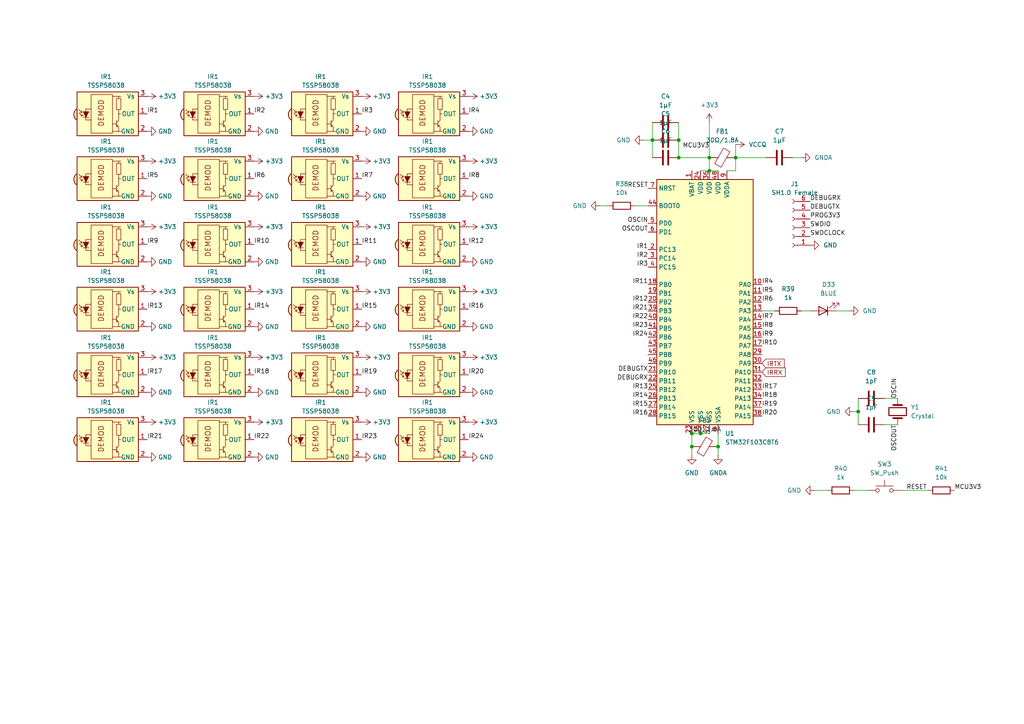
<source format=kicad_sch>
(kicad_sch (version 20230121) (generator eeschema)
  (paper "A4")
  (lib_symbols
    (symbol "+3V3_4" (power) (pin_names (offset 0))
      (property "Value" "+3V3_4" (at 0 3.556 0))
      (symbol "+3V3_4_0_1"
        (polyline (pts (xy -0.762 1.27) (xy 0 2.54)))
        (polyline (pts (xy 0 0) (xy 0 2.54)))
        (polyline (pts (xy 0 2.54) (xy 0.762 1.27)))
      )
      (symbol "+3V3_4_1_1"
        (pin power_in line (at 0 0 90) (length 0) hide (name "+3V3") (number "1"))
      )
    )
    (symbol "Connector:Conn_01x06_Female" (pin_names (offset 1.016) hide)
      (property "Reference" "J" (at 0 7.62 0))
      (property "Value" "Conn_01x06_Female" (at 0 -10.16 0))
      (symbol "Conn_01x06_Female_1_1"
        (arc (start 0 -7.112) (mid -0.5058 -7.62) (end 0 -8.128) (stroke (width 0.1524)))
        (arc (start 0 -4.572) (mid -0.5058 -5.08) (end 0 -5.588) (stroke (width 0.1524)))
        (arc (start 0 -2.032) (mid -0.5058 -2.54) (end 0 -3.048) (stroke (width 0.1524)))
        (polyline (pts (xy -1.27 -7.62) (xy -0.508 -7.62)) (stroke (width 0.1524)))
        (polyline (pts (xy -1.27 -5.08) (xy -0.508 -5.08)) (stroke (width 0.1524)))
        (polyline (pts (xy -1.27 -2.54) (xy -0.508 -2.54)) (stroke (width 0.1524)))
        (polyline (pts (xy -1.27 0) (xy -0.508 0)) (stroke (width 0.1524)))
        (polyline (pts (xy -1.27 2.54) (xy -0.508 2.54)) (stroke (width 0.1524)))
        (polyline (pts (xy -1.27 5.08) (xy -0.508 5.08)) (stroke (width 0.1524)))
        (arc (start 0 0.508) (mid -0.5058 0) (end 0 -0.508) (stroke (width 0.1524)))
        (arc (start 0 3.048) (mid -0.5058 2.54) (end 0 2.032) (stroke (width 0.1524)))
        (arc (start 0 5.588) (mid -0.5058 5.08) (end 0 4.572) (stroke (width 0.1524)))
        (pin passive line (at -5.08 5.08 0) (length 3.81) (name "Pin_1") (number "1"))
        (pin passive line (at -5.08 2.54 0) (length 3.81) (name "Pin_2") (number "2"))
        (pin passive line (at -5.08 0 0) (length 3.81) (name "Pin_3") (number "3"))
        (pin passive line (at -5.08 -2.54 0) (length 3.81) (name "Pin_4") (number "4"))
        (pin passive line (at -5.08 -5.08 0) (length 3.81) (name "Pin_5") (number "5"))
        (pin passive line (at -5.08 -7.62 0) (length 3.81) (name "Pin_6") (number "6"))
      )
    )
    (symbol "Device:C" (pin_numbers hide) (pin_names (offset 0.254))
      (property "Reference" "C" (at 0.635 2.54 0))
      (property "Value" "C" (at 0.635 -2.54 0))
      (symbol "C_0_1"
        (polyline (pts (xy -2.032 -0.762) (xy 2.032 -0.762)) (stroke (width 0.508)))
        (polyline (pts (xy -2.032 0.762) (xy 2.032 0.762)) (stroke (width 0.508)))
      )
      (symbol "C_1_1"
        (pin passive line (at 0 3.81 270) (length 2.794) (name "~") (number "1"))
        (pin passive line (at 0 -3.81 90) (length 2.794) (name "~") (number "2"))
      )
    )
    (symbol "Device:Crystal" (pin_numbers hide) (pin_names (offset 1.016) hide)
      (property "Reference" "Y" (at 0 3.81 0))
      (property "Value" "Crystal" (at 0 -3.81 0))
      (symbol "Crystal_0_1"
        (rectangle (start -1.143 2.54) (end 1.143 -2.54) (stroke (width 0.3048)))
        (polyline (pts (xy -2.54 0) (xy -1.905 0)))
        (polyline (pts (xy -1.905 -1.27) (xy -1.905 1.27)) (stroke (width 0.508)))
        (polyline (pts (xy 1.905 -1.27) (xy 1.905 1.27)) (stroke (width 0.508)))
        (polyline (pts (xy 2.54 0) (xy 1.905 0)))
      )
      (symbol "Crystal_1_1"
        (pin passive line (at -3.81 0 0) (length 1.27) (name "1") (number "1"))
        (pin passive line (at 3.81 0 180) (length 1.27) (name "2") (number "2"))
      )
    )
    (symbol "Device:FerriteBead" (pin_numbers hide) (pin_names (offset 0))
      (property "Reference" "FB" (at -3.81 0.635 90))
      (property "Value" "FerriteBead" (at 3.81 0 90))
      (symbol "FerriteBead_0_1"
        (polyline (pts (xy 0 -1.27) (xy 0 -1.2192)))
        (polyline (pts (xy 0 1.27) (xy 0 1.2954)))
        (polyline (pts (xy -2.7686 0.4064) (xy -1.7018 2.2606) (xy 2.7686 -0.3048) (xy 1.6764 -2.159) (xy -2.7686 0.4064)))
      )
      (symbol "FerriteBead_1_1"
        (pin passive line (at 0 3.81 270) (length 2.54) (name "~") (number "1"))
        (pin passive line (at 0 -3.81 90) (length 2.54) (name "~") (number "2"))
      )
    )
    (symbol "Device:LED" (pin_numbers hide) (pin_names (offset 1.016) hide)
      (property "Reference" "D" (at 0 2.54 0))
      (property "Value" "LED" (at 0 -2.54 0))
      (symbol "LED_0_1"
        (polyline (pts (xy -1.27 -1.27) (xy -1.27 1.27)) (stroke (width 0.254)))
        (polyline (pts (xy -1.27 0) (xy 1.27 0)))
        (polyline (pts (xy 1.27 -1.27) (xy 1.27 1.27) (xy -1.27 0) (xy 1.27 -1.27)) (stroke (width 0.254)))
        (polyline (pts (xy -3.048 -0.762) (xy -4.572 -2.286) (xy -3.81 -2.286) (xy -4.572 -2.286) (xy -4.572 -1.524)))
        (polyline (pts (xy -1.778 -0.762) (xy -3.302 -2.286) (xy -2.54 -2.286) (xy -3.302 -2.286) (xy -3.302 -1.524)))
      )
      (symbol "LED_1_1"
        (pin passive line (at -3.81 0 0) (length 2.54) (name "K") (number "1"))
        (pin passive line (at 3.81 0 180) (length 2.54) (name "A") (number "2"))
      )
    )
    (symbol "Device:R" (pin_numbers hide) (pin_names (offset 0))
      (property "Reference" "R" (at 2.032 0 90))
      (property "Value" "R" (at 0 0 90))
      (symbol "R_0_1"
        (rectangle (start -1.016 -2.54) (end 1.016 2.54) (stroke (width 0.254)))
      )
      (symbol "R_1_1"
        (pin passive line (at 0 3.81 270) (length 1.27) (name "~") (number "1"))
        (pin passive line (at 0 -3.81 90) (length 1.27) (name "~") (number "2"))
      )
    )
    (symbol "MCU_ST_STM32F1:STM32F103C8Tx"
      (property "Reference" "U" (at -15.24 36.83 0))
      (property "Value" "STM32F103C8Tx" (at 7.62 36.83 0))
      (symbol "STM32F103C8Tx_0_1"
        (rectangle (start -15.24 -35.56) (end 12.7 35.56) (stroke (width 0.254)) (fill (type background)))
      )
      (symbol "STM32F103C8Tx_1_1"
        (pin power_in line (at -5.08 38.1 270) (length 2.54) (name "VBAT") (number "1"))
        (pin bidirectional line (at 15.24 5.08 180) (length 2.54) (name "PA0") (number "10"))
        (pin bidirectional line (at 15.24 2.54 180) (length 2.54) (name "PA1") (number "11"))
        (pin bidirectional line (at 15.24 0 180) (length 2.54) (name "PA2") (number "12"))
        (pin bidirectional line (at 15.24 -2.54 180) (length 2.54) (name "PA3") (number "13"))
        (pin bidirectional line (at 15.24 -5.08 180) (length 2.54) (name "PA4") (number "14"))
        (pin bidirectional line (at 15.24 -7.62 180) (length 2.54) (name "PA5") (number "15"))
        (pin bidirectional line (at 15.24 -10.16 180) (length 2.54) (name "PA6") (number "16"))
        (pin bidirectional line (at 15.24 -12.7 180) (length 2.54) (name "PA7") (number "17"))
        (pin bidirectional line (at -17.78 5.08 0) (length 2.54) (name "PB0") (number "18"))
        (pin bidirectional line (at -17.78 2.54 0) (length 2.54) (name "PB1") (number "19"))
        (pin bidirectional line (at -17.78 15.24 0) (length 2.54) (name "PC13") (number "2"))
        (pin bidirectional line (at -17.78 0 0) (length 2.54) (name "PB2") (number "20"))
        (pin bidirectional line (at -17.78 -20.32 0) (length 2.54) (name "PB10") (number "21"))
        (pin bidirectional line (at -17.78 -22.86 0) (length 2.54) (name "PB11") (number "22"))
        (pin power_in line (at -5.08 -38.1 90) (length 2.54) (name "VSS") (number "23"))
        (pin power_in line (at -2.54 38.1 270) (length 2.54) (name "VDD") (number "24"))
        (pin bidirectional line (at -17.78 -25.4 0) (length 2.54) (name "PB12") (number "25"))
        (pin bidirectional line (at -17.78 -27.94 0) (length 2.54) (name "PB13") (number "26"))
        (pin bidirectional line (at -17.78 -30.48 0) (length 2.54) (name "PB14") (number "27"))
        (pin bidirectional line (at -17.78 -33.02 0) (length 2.54) (name "PB15") (number "28"))
        (pin bidirectional line (at 15.24 -15.24 180) (length 2.54) (name "PA8") (number "29"))
        (pin bidirectional line (at -17.78 12.7 0) (length 2.54) (name "PC14") (number "3"))
        (pin bidirectional line (at 15.24 -17.78 180) (length 2.54) (name "PA9") (number "30"))
        (pin bidirectional line (at 15.24 -20.32 180) (length 2.54) (name "PA10") (number "31"))
        (pin bidirectional line (at 15.24 -22.86 180) (length 2.54) (name "PA11") (number "32"))
        (pin bidirectional line (at 15.24 -25.4 180) (length 2.54) (name "PA12") (number "33"))
        (pin bidirectional line (at 15.24 -27.94 180) (length 2.54) (name "PA13") (number "34"))
        (pin power_in line (at -2.54 -38.1 90) (length 2.54) (name "VSS") (number "35"))
        (pin power_in line (at 0 38.1 270) (length 2.54) (name "VDD") (number "36"))
        (pin bidirectional line (at 15.24 -30.48 180) (length 2.54) (name "PA14") (number "37"))
        (pin bidirectional line (at 15.24 -33.02 180) (length 2.54) (name "PA15") (number "38"))
        (pin bidirectional line (at -17.78 -2.54 0) (length 2.54) (name "PB3") (number "39"))
        (pin bidirectional line (at -17.78 10.16 0) (length 2.54) (name "PC15") (number "4"))
        (pin bidirectional line (at -17.78 -5.08 0) (length 2.54) (name "PB4") (number "40"))
        (pin bidirectional line (at -17.78 -7.62 0) (length 2.54) (name "PB5") (number "41"))
        (pin bidirectional line (at -17.78 -10.16 0) (length 2.54) (name "PB6") (number "42"))
        (pin bidirectional line (at -17.78 -12.7 0) (length 2.54) (name "PB7") (number "43"))
        (pin input line (at -17.78 27.94 0) (length 2.54) (name "BOOT0") (number "44"))
        (pin bidirectional line (at -17.78 -15.24 0) (length 2.54) (name "PB8") (number "45"))
        (pin bidirectional line (at -17.78 -17.78 0) (length 2.54) (name "PB9") (number "46"))
        (pin power_in line (at 0 -38.1 90) (length 2.54) (name "VSS") (number "47"))
        (pin power_in line (at 2.54 38.1 270) (length 2.54) (name "VDD") (number "48"))
        (pin input line (at -17.78 22.86 0) (length 2.54) (name "PD0") (number "5"))
        (pin input line (at -17.78 20.32 0) (length 2.54) (name "PD1") (number "6"))
        (pin input line (at -17.78 33.02 0) (length 2.54) (name "NRST") (number "7"))
        (pin power_in line (at 2.54 -38.1 90) (length 2.54) (name "VSSA") (number "8"))
        (pin power_in line (at 5.08 38.1 270) (length 2.54) (name "VDDA") (number "9"))
      )
    )
    (symbol "Sensor_Proximity:TSSP58038" (pin_names (offset 1.016))
      (property "Reference" "U" (at -10.16 7.62 0))
      (property "Value" "TSSP58038" (at -10.16 -7.62 0))
      (symbol "TSSP58038_0_0"
        (arc (start -10.287 1.397) (mid -11.0899 -0.1852) (end -10.287 -1.778) (stroke (width 0.254)) (fill (type background)))
        (polyline (pts (xy 1.905 -5.08) (xy 0.127 -5.08)))
        (polyline (pts (xy 1.905 5.08) (xy 0.127 5.08)))
        (text "DEMOD" (at -3.175 0.254 900) (effects (font (size 1.524 1.524))))
      )
      (symbol "TSSP58038_0_1"
        (rectangle (start -6.096 5.588) (end 0.127 -5.588))
        (polyline (pts (xy -8.763 0.381) (xy -9.652 1.27)))
        (polyline (pts (xy -8.763 0.381) (xy -9.271 0.381)))
        (polyline (pts (xy -8.763 0.381) (xy -8.763 0.889)))
        (polyline (pts (xy -8.636 -0.635) (xy -9.525 0.254)))
        (polyline (pts (xy -8.636 -0.635) (xy -9.144 -0.635)))
        (polyline (pts (xy -8.636 -0.635) (xy -8.636 -0.127)))
        (polyline (pts (xy -8.382 -1.016) (xy -6.731 -1.016)))
        (polyline (pts (xy 1.27 -2.921) (xy 0.127 -2.921)))
        (polyline (pts (xy 1.27 -1.905) (xy 1.27 -3.81)))
        (polyline (pts (xy 1.397 -3.556) (xy 1.524 -3.556)))
        (polyline (pts (xy 1.651 -3.556) (xy 1.524 -3.556)))
        (polyline (pts (xy 1.651 -3.556) (xy 1.651 -3.302)))
        (polyline (pts (xy 1.905 0) (xy 1.905 1.27)))
        (polyline (pts (xy 1.905 4.445) (xy 1.905 5.08) (xy 2.54 5.08)))
        (polyline (pts (xy -8.382 0.635) (xy -6.731 0.635) (xy -7.62 -1.016) (xy -8.382 0.635)) (fill (type outline)))
        (polyline (pts (xy -6.096 1.397) (xy -7.62 1.397) (xy -7.62 -1.778) (xy -6.096 -1.778)))
        (polyline (pts (xy 1.27 -3.175) (xy 1.905 -3.81) (xy 1.905 -5.08) (xy 2.54 -5.08)))
        (polyline (pts (xy 1.27 -2.54) (xy 1.905 -1.905) (xy 1.905 0) (xy 2.54 0)))
        (rectangle (start 2.54 1.27) (end 1.27 4.445))
        (rectangle (start 7.62 6.35) (end -10.16 -6.35) (stroke (width 0.254)) (fill (type background)))
      )
      (symbol "TSSP58038_1_1"
        (pin output line (at 10.16 0 180) (length 2.54) (name "OUT") (number "1"))
        (pin power_in line (at 10.16 -5.08 180) (length 2.54) (name "GND") (number "2"))
        (pin power_in line (at 10.16 5.08 180) (length 2.54) (name "Vs") (number "3"))
      )
    )
    (symbol "Switch:SW_Push" (pin_numbers hide) (pin_names (offset 1.016) hide)
      (property "Reference" "SW" (at 1.27 2.54 0))
      (property "Value" "SW_Push" (at 0 -1.524 0))
      (symbol "SW_Push_0_1"
        (circle (center -2.032 0) (radius 0.508))
        (polyline (pts (xy 0 1.27) (xy 0 3.048)))
        (polyline (pts (xy 2.54 1.27) (xy -2.54 1.27)))
        (circle (center 2.032 0) (radius 0.508))
        (pin passive line (at -5.08 0 0) (length 2.54) (name "1") (number "1"))
        (pin passive line (at 5.08 0 180) (length 2.54) (name "2") (number "2"))
      )
    )
    (symbol "power:+3V3" (power) (pin_names (offset 0))
      (property "Value" "+3V3" (at 0 3.556 0))
      (symbol "+3V3_0_1"
        (polyline (pts (xy -0.762 1.27) (xy 0 2.54)))
        (polyline (pts (xy 0 0) (xy 0 2.54)))
        (polyline (pts (xy 0 2.54) (xy 0.762 1.27)))
      )
      (symbol "+3V3_1_1"
        (pin power_in line (at 0 0 90) (length 0) hide (name "+3V3") (number "1"))
      )
    )
    (symbol "power:GND" (power) (pin_names (offset 0))
      (property "Value" "GND" (at 0 -3.81 0))
      (symbol "GND_0_1"
        (polyline (pts (xy 0 0) (xy 0 -1.27) (xy 1.27 -1.27) (xy 0 -2.54) (xy -1.27 -1.27) (xy 0 -1.27)))
      )
      (symbol "GND_1_1"
        (pin power_in line (at 0 0 270) (length 0) hide (name "GND") (number "1"))
      )
    )
    (symbol "power:GNDA" (power) (pin_names (offset 0))
      (property "Value" "GNDA" (at 0 -3.81 0))
      (symbol "GNDA_0_1"
        (polyline (pts (xy 0 0) (xy 0 -1.27) (xy 1.27 -1.27) (xy 0 -2.54) (xy -1.27 -1.27) (xy 0 -1.27)))
      )
      (symbol "GNDA_1_1"
        (pin power_in line (at 0 0 270) (length 0) hide (name "GNDA") (number "1"))
      )
    )
    (symbol "power:VCCQ" (power) (pin_names (offset 0))
      (property "Value" "VCCQ" (at 0 3.81 0))
      (symbol "VCCQ_0_1"
        (polyline (pts (xy -0.762 1.27) (xy 0 2.54)))
        (polyline (pts (xy 0 0) (xy 0 2.54)))
        (polyline (pts (xy 0 2.54) (xy 0.762 1.27)))
      )
      (symbol "VCCQ_1_1"
        (pin power_in line (at 0 0 90) (length 0) hide (name "VCCQ") (number "1"))
      )
    )
  )
  (junction (at 196.85 45.72))
  (junction (at 248.92 119.38))
  (junction (at 189.23 40.64))
  (junction (at 213.36 45.72))
  (junction (at 205.74 45.72))
  (junction (at 208.28 129.54))
  (junction (at 196.85 40.64))
  (junction (at 200.66 125.73))
  (junction (at 203.2 125.73))
  (junction (at 200.66 129.54))
  (junction (at 205.74 49.53))
  (wire (pts (xy 186.69 40.64) (xy 189.23 40.64)))
  (wire (pts (xy 196.85 45.72) (xy 205.74 45.72)))
  (wire (pts (xy 203.2 49.53) (xy 205.74 49.53)))
  (wire (pts (xy 248.92 119.38) (xy 248.92 123.19)))
  (wire (pts (xy 213.36 45.72) (xy 222.25 45.72)))
  (wire (pts (xy 236.22 142.24) (xy 240.03 142.24)))
  (wire (pts (xy 200.66 129.54) (xy 200.66 132.08)))
  (wire (pts (xy 232.41 90.17) (xy 234.95 90.17)))
  (wire (pts (xy 224.79 90.17) (xy 220.98 90.17)))
  (wire (pts (xy 203.2 125.73) (xy 205.74 125.73)))
  (wire (pts (xy 184.15 59.69) (xy 187.96 59.69)))
  (wire (pts (xy 261.62 142.24) (xy 269.24 142.24)))
  (wire (pts (xy 208.28 129.54) (xy 208.28 132.08)))
  (wire (pts (xy 213.36 41.91) (xy 213.36 45.72)))
  (wire (pts (xy 189.23 35.56) (xy 189.23 40.64)))
  (wire (pts (xy 256.54 123.19) (xy 260.35 123.19)))
  (wire (pts (xy 242.57 90.17) (xy 246.38 90.17)))
  (wire (pts (xy 232.41 45.72) (xy 229.87 45.72)))
  (wire (pts (xy 189.23 40.64) (xy 189.23 45.72)))
  (wire (pts (xy 200.66 125.73) (xy 200.66 129.54)))
  (wire (pts (xy 173.99 59.69) (xy 176.53 59.69)))
  (wire (pts (xy 196.85 40.64) (xy 196.85 45.72)))
  (wire (pts (xy 205.74 49.53) (xy 208.28 49.53)))
  (wire (pts (xy 247.65 142.24) (xy 251.46 142.24)))
  (wire (pts (xy 196.85 35.56) (xy 196.85 40.64)))
  (wire (pts (xy 208.28 125.73) (xy 208.28 129.54)))
  (wire (pts (xy 205.74 35.56) (xy 205.74 45.72)))
  (wire (pts (xy 213.36 45.72) (xy 213.36 49.53)))
  (wire (pts (xy 213.36 49.53) (xy 210.82 49.53)))
  (wire (pts (xy 200.66 125.73) (xy 203.2 125.73)))
  (wire (pts (xy 248.92 115.57) (xy 248.92 119.38)))
  (wire (pts (xy 205.74 45.72) (xy 205.74 49.53)))
  (wire (pts (xy 247.65 119.38) (xy 248.92 119.38)))
  (wire (pts (xy 256.54 115.57) (xy 260.35 115.57)))
  (label "IR6" (at 220.98 87.63 0))
  (label "IR20" (at 135.89 108.712 0))
  (label "IR7" (at 104.902 51.816 0))
  (label "IR11" (at 187.96 82.55 180))
  (label "IR4" (at 135.89 33.02 0))
  (label "IR13" (at 187.96 113.03 180))
  (label "IR17" (at 220.98 113.03 0))
  (label "IR21" (at 187.96 90.17 180))
  (label "IR24" (at 135.89 127.508 0))
  (label "IR3" (at 104.902 33.02 0))
  (label "DEBUGTX" (at 187.96 107.95 180))
  (label "SWDIO" (at 234.95 66.04 0))
  (label "IR18" (at 73.66 108.712 0))
  (label "IR3" (at 187.96 77.47 180))
  (label "OSCOUT" (at 187.96 67.31 180))
  (label "IR7" (at 220.98 92.71 0))
  (label "DEBUGRX" (at 234.95 58.42 0))
  (label "IR16" (at 187.96 120.65 180))
  (label "IR4" (at 220.98 82.55 0))
  (label "IR1" (at 42.672 33.02 0))
  (label "OSCOUT" (at 260.35 123.19 270))
  (label "RESET" (at 262.89 142.24 0))
  (label "IR19" (at 220.98 118.11 0))
  (label "DEBUGTX" (at 234.95 60.96 0))
  (label "IR15" (at 187.96 118.11 180))
  (label "MCU3V3" (at 205.74 43.18 180))
  (label "IR17" (at 42.672 108.712 0))
  (label "IR6" (at 73.66 51.816 0))
  (label "OSCIN" (at 260.35 115.57 90))
  (label "SWDCLOCK" (at 234.95 68.58 0))
  (label "IR2" (at 187.96 74.93 180))
  (label "DEBUGRX" (at 187.96 110.49 180))
  (label "IR8" (at 135.89 51.816 0))
  (label "PROG3V3" (at 234.95 63.5 0))
  (label "IR12" (at 135.89 70.866 0))
  (label "IR18" (at 220.98 115.57 0))
  (label "MCU3V3" (at 276.86 142.24 0))
  (label "IR5" (at 220.98 85.09 0))
  (label "IR22" (at 73.66 127.508 0))
  (label "IR15" (at 104.902 89.662 0))
  (label "IR16" (at 135.89 89.662 0))
  (label "IR9" (at 220.98 97.79 0))
  (label "IR8" (at 220.98 95.25 0))
  (label "IR14" (at 73.66 89.662 0))
  (label "RESET" (at 187.96 54.61 180))
  (label "IR2" (at 73.66 33.02 0))
  (label "IR19" (at 104.902 108.712 0))
  (label "IR11" (at 104.902 70.866 0))
  (label "IR22" (at 187.96 92.71 180))
  (label "IR9" (at 42.672 70.866 0))
  (label "IR5" (at 42.672 51.816 0))
  (label "OSCIN" (at 187.96 64.77 180))
  (label "IR23" (at 187.96 95.25 180))
  (label "IR21" (at 42.672 127.508 0))
  (label "IR23" (at 104.902 127.508 0))
  (label "IR20" (at 220.98 120.65 0))
  (label "IR14" (at 187.96 115.57 180))
  (label "IR10" (at 220.98 100.33 0))
  (label "IR1" (at 187.96 72.39 180))
  (label "IR13" (at 42.672 89.662 0))
  (label "IR10" (at 73.66 70.866 0))
  (label "IR12" (at 187.96 87.63 180))
  (label "IR24" (at 187.96 97.79 180))
  (global_label "IRTX" (shape input) (at 220.98 105.41 0) (property "Intersheetrefs" "${INTERSHEET_REFS}" (effects hide)))
  (global_label "IRRX" (shape input) (at 220.98 107.95 0) (property "Intersheetrefs" "${INTERSHEET_REFS}" (effects hide)))
  (symbol (lib_id "Sensor_Proximity:TSSP58038") (at 32.512 70.866 0) (unit 1)
    (property "Reference" "IR1" (at 30.777 60.071 0))
    (property "Value" "TSSP58038" (at 30.777 62.611 0))
    (property "Footprint" "OptoDevice:Vishay_MINICAST-3Pin" (effects hide))
    (property "Datasheet" "http://www.vishay.com/docs/82476/tssp58p38.pdf" (effects hide))
    (instances (project "layer3" (path "" (reference "IR1") (unit 1)) (path "" (reference "IR9") (unit 1))))
  )
  (symbol (lib_id "Device:FerriteBead") (at 204.47 129.54 90) (unit 1)
    (property "Reference" "FB2" (at 204.4192 121.92 90))
    (property "Value" "30Ω/1.8A" (at 204.4192 124.46 90))
    (property "Footprint" "Capacitor_SMD:C_0603_1608Metric" (effects hide))
    (instances (project "layer1" (path "" (reference "FB2") (unit 1))) (project "layer3" (path "" (reference "FB1") (unit 1))))
  )
  (symbol (lib_id "Sensor_Proximity:TSSP58038") (at 63.5 89.662 0) (unit 1)
    (property "Reference" "IR1" (at 61.765 78.867 0))
    (property "Value" "TSSP58038" (at 61.765 81.407 0))
    (property "Footprint" "OptoDevice:Vishay_MINICAST-3Pin" (effects hide))
    (property "Datasheet" "http://www.vishay.com/docs/82476/tssp58p38.pdf" (effects hide))
    (instances (project "layer3" (path "" (reference "IR1") (unit 1)) (path "" (reference "IR14") (unit 1))))
  )
  (symbol (lib_id "Device:C") (at 252.73 115.57 90) (unit 1)
    (property "Reference" "C8" (at 252.73 107.95 90))
    (property "Value" "1pF" (at 252.73 110.49 90))
    (property "Footprint" "Capacitor_SMD:C_0603_1608Metric" (effects hide))
    (instances (project "layer1" (path "" (reference "C8") (unit 1))) (project "layer3" (path "" (reference "C5") (unit 1))))
  )
  (symbol (lib_id "power:GND") (at 135.89 94.742 90) (unit 1)
    (property "Reference" "#PWR010" (effects hide))
    (property "Value" "GND" (at 139.065 94.742 90) (effects (justify right)))
    (instances (project "layer3" (path "" (reference "#PWR010") (unit 1)) (path "" (reference "#PWR069") (unit 1))))
  )
  (symbol (lib_name "+3V3_4") (lib_id "power:+3V3") (at 42.672 65.786 270) (unit 1)
    (property "Reference" "#PWR08" (effects hide))
    (property "Value" "+3V3" (at 45.847 65.786 90) (effects (justify left)))
    (instances (project "layer3" (path "" (reference "#PWR08") (unit 1)) (path "" (reference "#PWR035") (unit 1))))
  )
  (symbol (lib_name "+3V3_4") (lib_id "power:+3V3") (at 73.66 84.582 270) (unit 1)
    (property "Reference" "#PWR08" (effects hide))
    (property "Value" "+3V3" (at 76.835 84.582 90) (effects (justify left)))
    (instances (project "layer3" (path "" (reference "#PWR08") (unit 1)) (path "" (reference "#PWR060") (unit 1))))
  )
  (symbol (lib_id "Device:FerriteBead") (at 209.55 45.72 90) (unit 1)
    (property "Reference" "FB1" (at 209.4992 38.1 90))
    (property "Value" "30Ω/1.8A" (at 209.4992 40.64 90))
    (property "Footprint" "Capacitor_SMD:C_0603_1608Metric" (effects hide))
    (instances (project "layer1" (path "" (reference "FB1") (unit 1))) (project "layer3" (path "" (reference "FB2") (unit 1))))
  )
  (symbol (lib_id "power:GND") (at 135.89 132.588 90) (unit 1)
    (property "Reference" "#PWR010" (effects hide))
    (property "Value" "GND" (at 139.065 132.588 90) (effects (justify right)))
    (instances (project "layer3" (path "" (reference "#PWR010") (unit 1)) (path "" (reference "#PWR085") (unit 1))))
  )
  (symbol (lib_name "+3V3_4") (lib_id "power:+3V3") (at 104.902 84.582 270) (unit 1)
    (property "Reference" "#PWR08" (effects hide))
    (property "Value" "+3V3" (at 108.077 84.582 90) (effects (justify left)))
    (instances (project "layer3" (path "" (reference "#PWR08") (unit 1)) (path "" (reference "#PWR064") (unit 1))))
  )
  (symbol (lib_name "+3V3_4") (lib_id "power:+3V3") (at 73.66 103.632 270) (unit 1)
    (property "Reference" "#PWR08" (effects hide))
    (property "Value" "+3V3" (at 76.835 103.632 90) (effects (justify left)))
    (instances (project "layer3" (path "" (reference "#PWR08") (unit 1)) (path "" (reference "#PWR074") (unit 1))))
  )
  (symbol (lib_id "power:GNDA") (at 208.28 132.08 0) (unit 1)
    (property "Reference" "#PWR018" (effects hide))
    (property "Value" "GNDA" (at 208.28 137.16 0))
    (instances (project "layer1" (path "" (reference "#PWR018") (unit 1))) (project "layer3" (path "" (reference "#PWR053") (unit 1))))
  )
  (symbol (lib_id "power:GND") (at 42.672 38.1 90) (unit 1)
    (property "Reference" "#PWR010" (effects hide))
    (property "Value" "GND" (at 45.847 38.1 90) (effects (justify right)))
  )
  (symbol (lib_name "+3V3_4") (lib_id "power:+3V3") (at 73.66 46.736 270) (unit 1)
    (property "Reference" "#PWR08" (effects hide))
    (property "Value" "+3V3" (at 76.835 46.736 90) (effects (justify left)))
    (instances (project "layer3" (path "" (reference "#PWR08") (unit 1)) (path "" (reference "#PWR019") (unit 1))))
  )
  (symbol (lib_id "power:GND") (at 234.95 71.12 90) (unit 1)
    (property "Reference" "#PWR014" (effects hide))
    (property "Value" "GND" (at 238.76 71.1199 90) (effects (justify right)))
    (instances (project "layer1" (path "" (reference "#PWR014") (unit 1))) (project "layer3" (path "" (reference "#PWR056") (unit 1))))
  )
  (symbol (lib_id "Sensor_Proximity:TSSP58038") (at 63.5 108.712 0) (unit 1)
    (property "Reference" "IR1" (at 61.765 97.917 0))
    (property "Value" "TSSP58038" (at 61.765 100.457 0))
    (property "Footprint" "OptoDevice:Vishay_MINICAST-3Pin" (effects hide))
    (property "Datasheet" "http://www.vishay.com/docs/82476/tssp58p38.pdf" (effects hide))
    (instances (project "layer3" (path "" (reference "IR1") (unit 1)) (path "" (reference "IR18") (unit 1))))
  )
  (symbol (lib_name "+3V3_4") (lib_id "power:+3V3") (at 135.89 84.582 270) (unit 1)
    (property "Reference" "#PWR08" (effects hide))
    (property "Value" "+3V3" (at 139.065 84.582 90) (effects (justify left)))
    (instances (project "layer3" (path "" (reference "#PWR08") (unit 1)) (path "" (reference "#PWR068") (unit 1))))
  )
  (symbol (lib_id "Switch:SW_Push") (at 256.54 142.24 0) (unit 1)
    (property "Reference" "SW3" (at 256.54 134.62 0))
    (property "Value" "SW_Push" (at 256.54 137.16 0))
    (property "Footprint" "Button_Switch_SMD:SW_Push_SPST_NO_Alps_SKRK" (effects hide))
    (instances (project "layer1" (path "" (reference "SW3") (unit 1))) (project "layer3" (path "" (reference "SW5") (unit 1))))
  )
  (symbol (lib_id "power:GND") (at 135.89 38.1 90) (unit 1)
    (property "Reference" "#PWR010" (effects hide))
    (property "Value" "GND" (at 139.065 38.1 90) (effects (justify right)))
    (instances (project "layer3" (path "" (reference "#PWR010") (unit 1)) (path "" (reference "#PWR046") (unit 1))))
  )
  (symbol (lib_id "power:GND") (at 104.902 75.946 90) (unit 1)
    (property "Reference" "#PWR010" (effects hide))
    (property "Value" "GND" (at 108.077 75.946 90) (effects (justify right)))
    (instances (project "layer3" (path "" (reference "#PWR010") (unit 1)) (path "" (reference "#PWR063") (unit 1))))
  )
  (symbol (lib_id "Device:R") (at 228.6 90.17 90) (unit 1)
    (property "Reference" "R39" (at 228.6 83.82 90))
    (property "Value" "1k" (at 228.6 86.36 90))
    (property "Footprint" "Resistor_SMD:R_0603_1608Metric" (effects hide))
    (instances (project "layer1" (path "" (reference "R39") (unit 1))) (project "layer3" (path "" (reference "R1") (unit 1))))
  )
  (symbol (lib_id "power:+3V3") (at 205.74 35.56 0) (unit 1)
    (property "Reference" "#PWR09" (effects hide))
    (property "Value" "+3V3" (at 205.74 30.48 0))
    (instances (project "layer1" (path "" (reference "#PWR09") (unit 1))) (project "layer3" (path "" (reference "#PWR052") (unit 1))))
  )
  (symbol (lib_name "+3V3_4") (lib_id "power:+3V3") (at 104.902 27.94 270) (unit 1)
    (property "Reference" "#PWR08" (effects hide))
    (property "Value" "+3V3" (at 108.077 27.94 90) (effects (justify left)))
    (instances (project "layer3" (path "" (reference "#PWR08") (unit 1)) (path "" (reference "#PWR043") (unit 1))))
  )
  (symbol (lib_id "power:GND") (at 104.902 132.588 90) (unit 1)
    (property "Reference" "#PWR010" (effects hide))
    (property "Value" "GND" (at 108.077 132.588 90) (effects (justify right)))
    (instances (project "layer3" (path "" (reference "#PWR010") (unit 1)) (path "" (reference "#PWR081") (unit 1))))
  )
  (symbol (lib_name "+3V3_4") (lib_id "power:+3V3") (at 73.66 122.428 270) (unit 1)
    (property "Reference" "#PWR08" (effects hide))
    (property "Value" "+3V3" (at 76.835 122.428 90) (effects (justify left)))
    (instances (project "layer3" (path "" (reference "#PWR08") (unit 1)) (path "" (reference "#PWR076") (unit 1))))
  )
  (symbol (lib_id "Sensor_Proximity:TSSP58038") (at 94.742 89.662 0) (unit 1)
    (property "Reference" "IR1" (at 93.007 78.867 0))
    (property "Value" "TSSP58038" (at 93.007 81.407 0))
    (property "Footprint" "OptoDevice:Vishay_MINICAST-3Pin" (effects hide))
    (property "Datasheet" "http://www.vishay.com/docs/82476/tssp58p38.pdf" (effects hide))
    (instances (project "layer3" (path "" (reference "IR1") (unit 1)) (path "" (reference "IR15") (unit 1))))
  )
  (symbol (lib_id "Device:LED") (at 238.76 90.17 180) (unit 1)
    (property "Reference" "D33" (at 240.3475 82.55 0))
    (property "Value" "BLUE" (at 240.3475 85.09 0))
    (property "Footprint" "Diode_SMD:D_0603_1608Metric" (effects hide))
    (instances (project "layer1" (path "" (reference "D33") (unit 1))) (project "layer3" (path "" (reference "D1") (unit 1))))
  )
  (symbol (lib_name "+3V3_4") (lib_id "power:+3V3") (at 104.902 103.632 270) (unit 1)
    (property "Reference" "#PWR08" (effects hide))
    (property "Value" "+3V3" (at 108.077 103.632 90) (effects (justify left)))
    (instances (project "layer3" (path "" (reference "#PWR08") (unit 1)) (path "" (reference "#PWR078") (unit 1))))
  )
  (symbol (lib_id "Sensor_Proximity:TSSP58038") (at 94.742 33.02 0) (unit 1)
    (property "Reference" "IR1" (at 93.007 22.225 0))
    (property "Value" "TSSP58038" (at 93.007 24.765 0))
    (property "Footprint" "OptoDevice:Vishay_MINICAST-3Pin" (effects hide))
    (property "Datasheet" "http://www.vishay.com/docs/82476/tssp58p38.pdf" (effects hide))
    (instances (project "layer3" (path "" (reference "IR1") (unit 1)) (path "" (reference "IR3") (unit 1))))
  )
  (symbol (lib_id "Sensor_Proximity:TSSP58038") (at 125.73 51.816 0) (unit 1)
    (property "Reference" "IR1" (at 123.995 41.021 0))
    (property "Value" "TSSP58038" (at 123.995 43.561 0))
    (property "Footprint" "OptoDevice:Vishay_MINICAST-3Pin" (effects hide))
    (property "Datasheet" "http://www.vishay.com/docs/82476/tssp58p38.pdf" (effects hide))
    (instances (project "layer3" (path "" (reference "IR1") (unit 1)) (path "" (reference "IR8") (unit 1))))
  )
  (symbol (lib_id "power:GNDA") (at 232.41 45.72 90) (unit 1)
    (property "Reference" "#PWR012" (effects hide))
    (property "Value" "GNDA" (at 236.22 45.7199 90) (effects (justify right)))
    (instances (project "layer1" (path "" (reference "#PWR012") (unit 1))) (project "layer3" (path "" (reference "#PWR055") (unit 1))))
  )
  (symbol (lib_id "Device:C") (at 193.04 45.72 90) (unit 1)
    (property "Reference" "C6" (at 193.04 38.1 90))
    (property "Value" "1μF" (at 193.04 40.64 90))
    (property "Footprint" "Capacitor_SMD:C_0603_1608Metric" (effects hide))
    (instances (project "layer1" (path "" (reference "C6") (unit 1))) (project "layer3" (path "" (reference "C3") (unit 1))))
  )
  (symbol (lib_name "+3V3_4") (lib_id "power:+3V3") (at 135.89 46.736 270) (unit 1)
    (property "Reference" "#PWR08" (effects hide))
    (property "Value" "+3V3" (at 139.065 46.736 90) (effects (justify left)))
    (instances (project "layer3" (path "" (reference "#PWR08") (unit 1)) (path "" (reference "#PWR031") (unit 1))))
  )
  (symbol (lib_id "power:GND") (at 135.89 113.792 90) (unit 1)
    (property "Reference" "#PWR010" (effects hide))
    (property "Value" "GND" (at 139.065 113.792 90) (effects (justify right)))
    (instances (project "layer3" (path "" (reference "#PWR010") (unit 1)) (path "" (reference "#PWR083") (unit 1))))
  )
  (symbol (lib_name "+3V3_4") (lib_id "power:+3V3") (at 135.89 65.786 270) (unit 1)
    (property "Reference" "#PWR08" (effects hide))
    (property "Value" "+3V3" (at 139.065 65.786 90) (effects (justify left)))
    (instances (project "layer3" (path "" (reference "#PWR08") (unit 1)) (path "" (reference "#PWR066") (unit 1))))
  )
  (symbol (lib_id "power:GND") (at 173.99 59.69 270) (unit 1)
    (property "Reference" "#PWR013" (effects hide))
    (property "Value" "GND" (at 170.18 59.6899 90) (effects (justify right)))
    (instances (project "layer1" (path "" (reference "#PWR013") (unit 1))) (project "layer3" (path "" (reference "#PWR048") (unit 1))))
  )
  (symbol (lib_id "Sensor_Proximity:TSSP58038") (at 94.742 108.712 0) (unit 1)
    (property "Reference" "IR1" (at 93.007 97.917 0))
    (property "Value" "TSSP58038" (at 93.007 100.457 0))
    (property "Footprint" "OptoDevice:Vishay_MINICAST-3Pin" (effects hide))
    (property "Datasheet" "http://www.vishay.com/docs/82476/tssp58p38.pdf" (effects hide))
    (instances (project "layer3" (path "" (reference "IR1") (unit 1)) (path "" (reference "IR19") (unit 1))))
  )
  (symbol (lib_id "Device:C") (at 252.73 123.19 90) (unit 1)
    (property "Reference" "C9" (at 252.73 115.57 90))
    (property "Value" "1pF" (at 252.73 118.11 90))
    (property "Footprint" "Capacitor_SMD:C_0603_1608Metric" (effects hide))
    (instances (project "layer1" (path "" (reference "C9") (unit 1))) (project "layer3" (path "" (reference "C6") (unit 1))))
  )
  (symbol (lib_id "power:GND") (at 236.22 142.24 270) (unit 1)
    (property "Reference" "#PWR019" (effects hide))
    (property "Value" "GND" (at 232.41 142.2399 90) (effects (justify right)))
    (instances (project "layer1" (path "" (reference "#PWR019") (unit 1))) (project "layer3" (path "" (reference "#PWR057") (unit 1))))
  )
  (symbol (lib_id "Sensor_Proximity:TSSP58038") (at 125.73 127.508 0) (unit 1)
    (property "Reference" "IR1" (at 123.995 116.713 0))
    (property "Value" "TSSP58038" (at 123.995 119.253 0))
    (property "Footprint" "OptoDevice:Vishay_MINICAST-3Pin" (effects hide))
    (property "Datasheet" "http://www.vishay.com/docs/82476/tssp58p38.pdf" (effects hide))
    (instances (project "layer3" (path "" (reference "IR1") (unit 1)) (path "" (reference "IR24") (unit 1))))
  )
  (symbol (lib_id "power:GND") (at 246.38 90.17 90) (unit 1)
    (property "Reference" "#PWR015" (effects hide))
    (property "Value" "GND" (at 250.19 90.1699 90) (effects (justify right)))
    (instances (project "layer1" (path "" (reference "#PWR015") (unit 1))) (project "layer3" (path "" (reference "#PWR047") (unit 1))))
  )
  (symbol (lib_id "Sensor_Proximity:TSSP58038") (at 32.512 51.816 0) (unit 1)
    (property "Reference" "IR1" (at 30.777 41.021 0))
    (property "Value" "TSSP58038" (at 30.777 43.561 0))
    (property "Footprint" "OptoDevice:Vishay_MINICAST-3Pin" (effects hide))
    (property "Datasheet" "http://www.vishay.com/docs/82476/tssp58p38.pdf" (effects hide))
    (instances (project "layer3" (path "" (reference "IR1") (unit 1)) (path "" (reference "IR5") (unit 1))))
  )
  (symbol (lib_id "Sensor_Proximity:TSSP58038") (at 32.512 33.02 0) (unit 1)
    (property "Reference" "IR1" (at 30.777 22.225 0))
    (property "Value" "TSSP58038" (at 30.777 24.765 0))
    (property "Footprint" "OptoDevice:Vishay_MINICAST-3Pin" (effects hide))
    (property "Datasheet" "http://www.vishay.com/docs/82476/tssp58p38.pdf" (effects hide))
  )
  (symbol (lib_id "Sensor_Proximity:TSSP58038") (at 32.512 108.712 0) (unit 1)
    (property "Reference" "IR1" (at 30.777 97.917 0))
    (property "Value" "TSSP58038" (at 30.777 100.457 0))
    (property "Footprint" "OptoDevice:Vishay_MINICAST-3Pin" (effects hide))
    (property "Datasheet" "http://www.vishay.com/docs/82476/tssp58p38.pdf" (effects hide))
    (instances (project "layer3" (path "" (reference "IR1") (unit 1)) (path "" (reference "IR17") (unit 1))))
  )
  (symbol (lib_id "Connector:Conn_01x06_Female") (at 229.87 66.04 180) (unit 1)
    (property "Reference" "J1" (at 230.505 53.34 0))
    (property "Value" "SH1.0 Female" (at 230.505 55.88 0))
    (property "Footprint" "Connector_JST:JST_SH_BM06B-SRSS-TB_1x06-1MP_P1.00mm_Vertical" (effects hide))
    (instances (project "layer1" (path "" (reference "J1") (unit 1))) (project "layer3" (path "" (reference "J6") (unit 1))))
  )
  (symbol (lib_id "power:GND") (at 73.66 113.792 90) (unit 1)
    (property "Reference" "#PWR010" (effects hide))
    (property "Value" "GND" (at 76.835 113.792 90) (effects (justify right)))
    (instances (project "layer3" (path "" (reference "#PWR010") (unit 1)) (path "" (reference "#PWR075") (unit 1))))
  )
  (symbol (lib_name "+3V3_4") (lib_id "power:+3V3") (at 104.902 46.736 270) (unit 1)
    (property "Reference" "#PWR08" (effects hide))
    (property "Value" "+3V3" (at 108.077 46.736 90) (effects (justify left)))
    (instances (project "layer3" (path "" (reference "#PWR08") (unit 1)) (path "" (reference "#PWR021") (unit 1))))
  )
  (symbol (lib_id "power:GND") (at 73.66 94.742 90) (unit 1)
    (property "Reference" "#PWR010" (effects hide))
    (property "Value" "GND" (at 76.835 94.742 90) (effects (justify right)))
    (instances (project "layer3" (path "" (reference "#PWR010") (unit 1)) (path "" (reference "#PWR061") (unit 1))))
  )
  (symbol (lib_id "Sensor_Proximity:TSSP58038") (at 63.5 127.508 0) (unit 1)
    (property "Reference" "IR1" (at 61.765 116.713 0))
    (property "Value" "TSSP58038" (at 61.765 119.253 0))
    (property "Footprint" "OptoDevice:Vishay_MINICAST-3Pin" (effects hide))
    (property "Datasheet" "http://www.vishay.com/docs/82476/tssp58p38.pdf" (effects hide))
    (instances (project "layer3" (path "" (reference "IR1") (unit 1)) (path "" (reference "IR22") (unit 1))))
  )
  (symbol (lib_id "Sensor_Proximity:TSSP58038") (at 94.742 127.508 0) (unit 1)
    (property "Reference" "IR1" (at 93.007 116.713 0))
    (property "Value" "TSSP58038" (at 93.007 119.253 0))
    (property "Footprint" "OptoDevice:Vishay_MINICAST-3Pin" (effects hide))
    (property "Datasheet" "http://www.vishay.com/docs/82476/tssp58p38.pdf" (effects hide))
    (instances (project "layer3" (path "" (reference "IR1") (unit 1)) (path "" (reference "IR23") (unit 1))))
  )
  (symbol (lib_name "+3V3_4") (lib_id "power:+3V3") (at 104.902 122.428 270) (unit 1)
    (property "Reference" "#PWR08" (effects hide))
    (property "Value" "+3V3" (at 108.077 122.428 90) (effects (justify left)))
    (instances (project "layer3" (path "" (reference "#PWR08") (unit 1)) (path "" (reference "#PWR080") (unit 1))))
  )
  (symbol (lib_id "Device:C") (at 226.06 45.72 90) (unit 1)
    (property "Reference" "C7" (at 226.06 38.1 90))
    (property "Value" "1μF" (at 226.06 40.64 90))
    (property "Footprint" "Capacitor_SMD:C_0603_1608Metric" (effects hide))
    (instances (project "layer1" (path "" (reference "C7") (unit 1))) (project "layer3" (path "" (reference "C4") (unit 1))))
  )
  (symbol (lib_name "+3V3_4") (lib_id "power:+3V3") (at 135.89 103.632 270) (unit 1)
    (property "Reference" "#PWR08" (effects hide))
    (property "Value" "+3V3" (at 139.065 103.632 90) (effects (justify left)))
    (instances (project "layer3" (path "" (reference "#PWR08") (unit 1)) (path "" (reference "#PWR082") (unit 1))))
  )
  (symbol (lib_id "power:GND") (at 42.672 113.792 90) (unit 1)
    (property "Reference" "#PWR010" (effects hide))
    (property "Value" "GND" (at 45.847 113.792 90) (effects (justify right)))
    (instances (project "layer3" (path "" (reference "#PWR010") (unit 1)) (path "" (reference "#PWR071") (unit 1))))
  )
  (symbol (lib_id "power:GND") (at 42.672 132.588 90) (unit 1)
    (property "Reference" "#PWR010" (effects hide))
    (property "Value" "GND" (at 45.847 132.588 90) (effects (justify right)))
    (instances (project "layer3" (path "" (reference "#PWR010") (unit 1)) (path "" (reference "#PWR073") (unit 1))))
  )
  (symbol (lib_id "Sensor_Proximity:TSSP58038") (at 63.5 70.866 0) (unit 1)
    (property "Reference" "IR1" (at 61.765 60.071 0))
    (property "Value" "TSSP58038" (at 61.765 62.611 0))
    (property "Footprint" "OptoDevice:Vishay_MINICAST-3Pin" (effects hide))
    (property "Datasheet" "http://www.vishay.com/docs/82476/tssp58p38.pdf" (effects hide))
    (instances (project "layer3" (path "" (reference "IR1") (unit 1)) (path "" (reference "IR10") (unit 1))))
  )
  (symbol (lib_name "+3V3_4") (lib_id "power:+3V3") (at 42.672 27.94 270) (unit 1)
    (property "Reference" "#PWR08" (effects hide))
    (property "Value" "+3V3" (at 45.847 27.94 90) (effects (justify left)))
  )
  (symbol (lib_id "power:GND") (at 73.66 38.1 90) (unit 1)
    (property "Reference" "#PWR010" (effects hide))
    (property "Value" "GND" (at 76.835 38.1 90) (effects (justify right)))
    (instances (project "layer3" (path "" (reference "#PWR010") (unit 1)) (path "" (reference "#PWR041") (unit 1))))
  )
  (symbol (lib_name "+3V3_4") (lib_id "power:+3V3") (at 73.66 65.786 270) (unit 1)
    (property "Reference" "#PWR08" (effects hide))
    (property "Value" "+3V3" (at 76.835 65.786 90) (effects (justify left)))
    (instances (project "layer3" (path "" (reference "#PWR08") (unit 1)) (path "" (reference "#PWR039") (unit 1))))
  )
  (symbol (lib_id "Device:C") (at 193.04 40.64 90) (unit 1)
    (property "Reference" "C5" (at 193.04 33.02 90))
    (property "Value" "1μF" (at 193.04 35.56 90))
    (property "Footprint" "Capacitor_SMD:C_0603_1608Metric" (effects hide))
    (instances (project "layer1" (path "" (reference "C5") (unit 1))) (project "layer3" (path "" (reference "C2") (unit 1))))
  )
  (symbol (lib_id "Sensor_Proximity:TSSP58038") (at 32.512 89.662 0) (unit 1)
    (property "Reference" "IR1" (at 30.777 78.867 0))
    (property "Value" "TSSP58038" (at 30.777 81.407 0))
    (property "Footprint" "OptoDevice:Vishay_MINICAST-3Pin" (effects hide))
    (property "Datasheet" "http://www.vishay.com/docs/82476/tssp58p38.pdf" (effects hide))
    (instances (project "layer3" (path "" (reference "IR1") (unit 1)) (path "" (reference "IR13") (unit 1))))
  )
  (symbol (lib_name "+3V3_4") (lib_id "power:+3V3") (at 42.672 84.582 270) (unit 1)
    (property "Reference" "#PWR08" (effects hide))
    (property "Value" "+3V3" (at 45.847 84.582 90) (effects (justify left)))
    (instances (project "layer3" (path "" (reference "#PWR08") (unit 1)) (path "" (reference "#PWR037") (unit 1))))
  )
  (symbol (lib_id "Sensor_Proximity:TSSP58038") (at 125.73 33.02 0) (unit 1)
    (property "Reference" "IR1" (at 123.995 22.225 0))
    (property "Value" "TSSP58038" (at 123.995 24.765 0))
    (property "Footprint" "OptoDevice:Vishay_MINICAST-3Pin" (effects hide))
    (property "Datasheet" "http://www.vishay.com/docs/82476/tssp58p38.pdf" (effects hide))
    (instances (project "layer3" (path "" (reference "IR1") (unit 1)) (path "" (reference "IR4") (unit 1))))
  )
  (symbol (lib_id "power:GND") (at 186.69 40.64 270) (unit 1)
    (property "Reference" "#PWR010" (effects hide))
    (property "Value" "GND" (at 182.88 40.6399 90) (effects (justify right)))
    (instances (project "layer1" (path "" (reference "#PWR010") (unit 1))) (project "layer3" (path "" (reference "#PWR050") (unit 1))))
  )
  (symbol (lib_name "+3V3_4") (lib_id "power:+3V3") (at 73.66 27.94 270) (unit 1)
    (property "Reference" "#PWR08" (effects hide))
    (property "Value" "+3V3" (at 76.835 27.94 90) (effects (justify left)))
    (instances (project "layer3" (path "" (reference "#PWR08") (unit 1)) (path "" (reference "#PWR040") (unit 1))))
  )
  (symbol (lib_id "power:GND") (at 42.672 75.946 90) (unit 1)
    (property "Reference" "#PWR010" (effects hide))
    (property "Value" "GND" (at 45.847 75.946 90) (effects (justify right)))
    (instances (project "layer3" (path "" (reference "#PWR010") (unit 1)) (path "" (reference "#PWR036") (unit 1))))
  )
  (symbol (lib_id "Sensor_Proximity:TSSP58038") (at 125.73 108.712 0) (unit 1)
    (property "Reference" "IR1" (at 123.995 97.917 0))
    (property "Value" "TSSP58038" (at 123.995 100.457 0))
    (property "Footprint" "OptoDevice:Vishay_MINICAST-3Pin" (effects hide))
    (property "Datasheet" "http://www.vishay.com/docs/82476/tssp58p38.pdf" (effects hide))
    (instances (project "layer3" (path "" (reference "IR1") (unit 1)) (path "" (reference "IR20") (unit 1))))
  )
  (symbol (lib_id "power:GND") (at 42.672 56.896 90) (unit 1)
    (property "Reference" "#PWR010" (effects hide))
    (property "Value" "GND" (at 45.847 56.896 90) (effects (justify right)))
    (instances (project "layer3" (path "" (reference "#PWR010") (unit 1)) (path "" (reference "#PWR04") (unit 1))))
  )
  (symbol (lib_name "+3V3_4") (lib_id "power:+3V3") (at 42.672 122.428 270) (unit 1)
    (property "Reference" "#PWR08" (effects hide))
    (property "Value" "+3V3" (at 45.847 122.428 90) (effects (justify left)))
    (instances (project "layer3" (path "" (reference "#PWR08") (unit 1)) (path "" (reference "#PWR072") (unit 1))))
  )
  (symbol (lib_id "Sensor_Proximity:TSSP58038") (at 94.742 51.816 0) (unit 1)
    (property "Reference" "IR1" (at 93.007 41.021 0))
    (property "Value" "TSSP58038" (at 93.007 43.561 0))
    (property "Footprint" "OptoDevice:Vishay_MINICAST-3Pin" (effects hide))
    (property "Datasheet" "http://www.vishay.com/docs/82476/tssp58p38.pdf" (effects hide))
    (instances (project "layer3" (path "" (reference "IR1") (unit 1)) (path "" (reference "IR7") (unit 1))))
  )
  (symbol (lib_name "+3V3_4") (lib_id "power:+3V3") (at 42.672 46.736 270) (unit 1)
    (property "Reference" "#PWR08" (effects hide))
    (property "Value" "+3V3" (at 45.847 46.736 90) (effects (justify left)))
    (instances (project "layer3" (path "" (reference "#PWR08") (unit 1)) (path "" (reference "#PWR03") (unit 1))))
  )
  (symbol (lib_id "power:GND") (at 42.672 94.742 90) (unit 1)
    (property "Reference" "#PWR010" (effects hide))
    (property "Value" "GND" (at 45.847 94.742 90) (effects (justify right)))
    (instances (project "layer3" (path "" (reference "#PWR010") (unit 1)) (path "" (reference "#PWR038") (unit 1))))
  )
  (symbol (lib_id "Device:C") (at 193.04 35.56 90) (unit 1)
    (property "Reference" "C4" (at 193.04 27.94 90))
    (property "Value" "1μF" (at 193.04 30.48 90))
    (property "Footprint" "Capacitor_SMD:C_0603_1608Metric" (effects hide))
    (instances (project "layer1" (path "" (reference "C4") (unit 1))) (project "layer3" (path "" (reference "C1") (unit 1))))
  )
  (symbol (lib_name "+3V3_4") (lib_id "power:+3V3") (at 135.89 122.428 270) (unit 1)
    (property "Reference" "#PWR08" (effects hide))
    (property "Value" "+3V3" (at 139.065 122.428 90) (effects (justify left)))
    (instances (project "layer3" (path "" (reference "#PWR08") (unit 1)) (path "" (reference "#PWR084") (unit 1))))
  )
  (symbol (lib_id "power:GND") (at 200.66 132.08 0) (unit 1)
    (property "Reference" "#PWR017" (effects hide))
    (property "Value" "GND" (at 200.66 137.16 0))
    (instances (project "layer1" (path "" (reference "#PWR017") (unit 1))) (project "layer3" (path "" (reference "#PWR051") (unit 1))))
  )
  (symbol (lib_name "+3V3_4") (lib_id "power:+3V3") (at 104.902 65.786 270) (unit 1)
    (property "Reference" "#PWR08" (effects hide))
    (property "Value" "+3V3" (at 108.077 65.786 90) (effects (justify left)))
    (instances (project "layer3" (path "" (reference "#PWR08") (unit 1)) (path "" (reference "#PWR062") (unit 1))))
  )
  (symbol (lib_id "power:GND") (at 73.66 132.588 90) (unit 1)
    (property "Reference" "#PWR010" (effects hide))
    (property "Value" "GND" (at 76.835 132.588 90) (effects (justify right)))
    (instances (project "layer3" (path "" (reference "#PWR010") (unit 1)) (path "" (reference "#PWR077") (unit 1))))
  )
  (symbol (lib_id "power:GND") (at 135.89 56.896 90) (unit 1)
    (property "Reference" "#PWR010" (effects hide))
    (property "Value" "GND" (at 139.065 56.896 90) (effects (justify right)))
    (instances (project "layer3" (path "" (reference "#PWR010") (unit 1)) (path "" (reference "#PWR033") (unit 1))))
  )
  (symbol (lib_id "Sensor_Proximity:TSSP58038") (at 63.5 33.02 0) (unit 1)
    (property "Reference" "IR1" (at 61.765 22.225 0))
    (property "Value" "TSSP58038" (at 61.765 24.765 0))
    (property "Footprint" "OptoDevice:Vishay_MINICAST-3Pin" (effects hide))
    (property "Datasheet" "http://www.vishay.com/docs/82476/tssp58p38.pdf" (effects hide))
    (instances (project "layer3" (path "" (reference "IR1") (unit 1)) (path "" (reference "IR2") (unit 1))))
  )
  (symbol (lib_id "Device:R") (at 273.05 142.24 90) (unit 1)
    (property "Reference" "R41" (at 273.05 135.89 90))
    (property "Value" "10k" (at 273.05 138.43 90))
    (property "Footprint" "Resistor_SMD:R_0603_1608Metric" (effects hide))
    (instances (project "layer1" (path "" (reference "R41") (unit 1))) (project "layer3" (path "" (reference "R8") (unit 1))))
  )
  (symbol (lib_id "Device:R") (at 180.34 59.69 270) (unit 1)
    (property "Reference" "R38" (at 180.34 53.34 90))
    (property "Value" "10k" (at 180.34 55.88 90))
    (property "Footprint" "Resistor_SMD:R_0603_1608Metric" (effects hide))
    (instances (project "layer1" (path "" (reference "R38") (unit 1))) (project "layer3" (path "" (reference "R2") (unit 1))))
  )
  (symbol (lib_id "MCU_ST_STM32F1:STM32F103C8Tx") (at 205.74 87.63 0) (unit 1)
    (property "Reference" "U1" (at 210.2994 125.73 0) (effects (justify left)))
    (property "Value" "STM32F103C8T6" (at 210.2994 128.27 0) (effects (justify left)))
    (property "Footprint" "Package_QFP:LQFP-48_7x7mm_P0.5mm" (effects hide))
    (property "Datasheet" "http://www.st.com/st-web-ui/static/active/en/resource/technical/document/datasheet/CD00161566.pdf" (effects hide))
    (instances (project "layer1" (path "" (reference "U1") (unit 1))) (project "layer3" (path "" (reference "U7") (unit 1))))
  )
  (symbol (lib_id "power:GND") (at 73.66 75.946 90) (unit 1)
    (property "Reference" "#PWR010" (effects hide))
    (property "Value" "GND" (at 76.835 75.946 90) (effects (justify right)))
    (instances (project "layer3" (path "" (reference "#PWR010") (unit 1)) (path "" (reference "#PWR059") (unit 1))))
  )
  (symbol (lib_id "power:GND") (at 73.66 56.896 90) (unit 1)
    (property "Reference" "#PWR010" (effects hide))
    (property "Value" "GND" (at 76.835 56.896 90) (effects (justify right)))
    (instances (project "layer3" (path "" (reference "#PWR010") (unit 1)) (path "" (reference "#PWR020") (unit 1))))
  )
  (symbol (lib_id "Device:Crystal") (at 260.35 119.38 90) (unit 1)
    (property "Reference" "Y1" (at 264.16 118.1099 90) (effects (justify right)))
    (property "Value" "Crystal" (at 264.16 120.6499 90) (effects (justify right)))
    (property "Footprint" "Crystal:Crystal_SMD_5032-2Pin_5.0x3.2mm" (effects hide))
  )
  (symbol (lib_id "Sensor_Proximity:TSSP58038") (at 32.512 127.508 0) (unit 1)
    (property "Reference" "IR1" (at 30.777 116.713 0))
    (property "Value" "TSSP58038" (at 30.777 119.253 0))
    (property "Footprint" "OptoDevice:Vishay_MINICAST-3Pin" (effects hide))
    (property "Datasheet" "http://www.vishay.com/docs/82476/tssp58p38.pdf" (effects hide))
    (instances (project "layer3" (path "" (reference "IR1") (unit 1)) (path "" (reference "IR21") (unit 1))))
  )
  (symbol (lib_id "Device:R") (at 243.84 142.24 90) (unit 1)
    (property "Reference" "R40" (at 243.84 135.89 90))
    (property "Value" "1k" (at 243.84 138.43 90))
    (property "Footprint" "Resistor_SMD:R_0603_1608Metric" (effects hide))
    (instances (project "layer1" (path "" (reference "R40") (unit 1))) (project "layer3" (path "" (reference "R4") (unit 1))))
  )
  (symbol (lib_id "power:GND") (at 247.65 119.38 270) (unit 1)
    (property "Reference" "#PWR016" (effects hide))
    (property "Value" "GND" (at 243.84 119.3799 90) (effects (justify right)))
    (instances (project "layer1" (path "" (reference "#PWR016") (unit 1))) (project "layer3" (path "" (reference "#PWR058") (unit 1))))
  )
  (symbol (lib_id "power:GND") (at 104.902 113.792 90) (unit 1)
    (property "Reference" "#PWR010" (effects hide))
    (property "Value" "GND" (at 108.077 113.792 90) (effects (justify right)))
    (instances (project "layer3" (path "" (reference "#PWR010") (unit 1)) (path "" (reference "#PWR079") (unit 1))))
  )
  (symbol (lib_id "Sensor_Proximity:TSSP58038") (at 125.73 70.866 0) (unit 1)
    (property "Reference" "IR1" (at 123.995 60.071 0))
    (property "Value" "TSSP58038" (at 123.995 62.611 0))
    (property "Footprint" "OptoDevice:Vishay_MINICAST-3Pin" (effects hide))
    (property "Datasheet" "http://www.vishay.com/docs/82476/tssp58p38.pdf" (effects hide))
    (instances (project "layer3" (path "" (reference "IR1") (unit 1)) (path "" (reference "IR12") (unit 1))))
  )
  (symbol (lib_id "power:GND") (at 104.902 94.742 90) (unit 1)
    (property "Reference" "#PWR010" (effects hide))
    (property "Value" "GND" (at 108.077 94.742 90) (effects (justify right)))
    (instances (project "layer3" (path "" (reference "#PWR010") (unit 1)) (path "" (reference "#PWR065") (unit 1))))
  )
  (symbol (lib_name "+3V3_4") (lib_id "power:+3V3") (at 135.89 27.94 270) (unit 1)
    (property "Reference" "#PWR08" (effects hide))
    (property "Value" "+3V3" (at 139.065 27.94 90) (effects (justify left)))
    (instances (project "layer3" (path "" (reference "#PWR08") (unit 1)) (path "" (reference "#PWR045") (unit 1))))
  )
  (symbol (lib_id "Sensor_Proximity:TSSP58038") (at 63.5 51.816 0) (unit 1)
    (property "Reference" "IR1" (at 61.765 41.021 0))
    (property "Value" "TSSP58038" (at 61.765 43.561 0))
    (property "Footprint" "OptoDevice:Vishay_MINICAST-3Pin" (effects hide))
    (property "Datasheet" "http://www.vishay.com/docs/82476/tssp58p38.pdf" (effects hide))
    (instances (project "layer3" (path "" (reference "IR1") (unit 1)) (path "" (reference "IR6") (unit 1))))
  )
  (symbol (lib_id "power:VCCQ") (at 213.36 41.91 270) (unit 1)
    (property "Reference" "#PWR011" (effects hide))
    (property "Value" "VCCQ" (at 217.17 41.9099 90) (effects (justify left)))
    (instances (project "layer1" (path "" (reference "#PWR011") (unit 1))) (project "layer3" (path "" (reference "#PWR054") (unit 1))))
  )
  (symbol (lib_id "power:GND") (at 135.89 75.946 90) (unit 1)
    (property "Reference" "#PWR010" (effects hide))
    (property "Value" "GND" (at 139.065 75.946 90) (effects (justify right)))
    (instances (project "layer3" (path "" (reference "#PWR010") (unit 1)) (path "" (reference "#PWR067") (unit 1))))
  )
  (symbol (lib_id "Sensor_Proximity:TSSP58038") (at 94.742 70.866 0) (unit 1)
    (property "Reference" "IR1" (at 93.007 60.071 0))
    (property "Value" "TSSP58038" (at 93.007 62.611 0))
    (property "Footprint" "OptoDevice:Vishay_MINICAST-3Pin" (effects hide))
    (property "Datasheet" "http://www.vishay.com/docs/82476/tssp58p38.pdf" (effects hide))
    (instances (project "layer3" (path "" (reference "IR1") (unit 1)) (path "" (reference "IR11") (unit 1))))
  )
  (symbol (lib_id "Sensor_Proximity:TSSP58038") (at 125.73 89.662 0) (unit 1)
    (property "Reference" "IR1" (at 123.995 78.867 0))
    (property "Value" "TSSP58038" (at 123.995 81.407 0))
    (property "Footprint" "OptoDevice:Vishay_MINICAST-3Pin" (effects hide))
    (property "Datasheet" "http://www.vishay.com/docs/82476/tssp58p38.pdf" (effects hide))
    (instances (project "layer3" (path "" (reference "IR1") (unit 1)) (path "" (reference "IR16") (unit 1))))
  )
  (symbol (lib_id "power:GND") (at 104.902 56.896 90) (unit 1)
    (property "Reference" "#PWR010" (effects hide))
    (property "Value" "GND" (at 108.077 56.896 90) (effects (justify right)))
    (instances (project "layer3" (path "" (reference "#PWR010") (unit 1)) (path "" (reference "#PWR029") (unit 1))))
  )
  (symbol (lib_name "+3V3_4") (lib_id "power:+3V3") (at 42.672 103.632 270) (unit 1)
    (property "Reference" "#PWR08" (effects hide))
    (property "Value" "+3V3" (at 45.847 103.632 90) (effects (justify left)))
    (instances (project "layer3" (path "" (reference "#PWR08") (unit 1)) (path "" (reference "#PWR070") (unit 1))))
  )
  (symbol (lib_id "power:GND") (at 104.902 38.1 90) (unit 1)
    (property "Reference" "#PWR010" (effects hide))
    (property "Value" "GND" (at 108.077 38.1 90) (effects (justify right)))
    (instances (project "layer3" (path "" (reference "#PWR010") (unit 1)) (path "" (reference "#PWR044") (unit 1))))
  )
)
</source>
